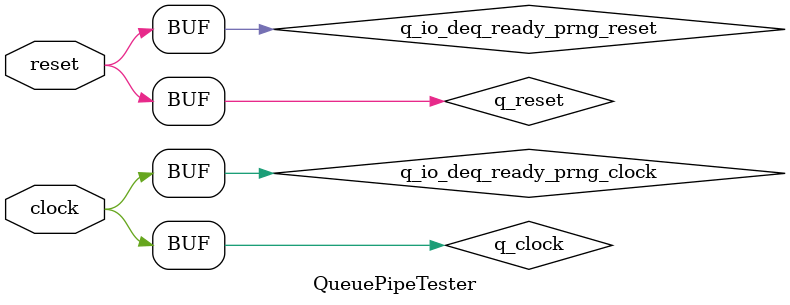
<source format=v>
module Queue(
  input   clock,
  input   reset,
  output  io_enq_ready,
  input   io_enq_valid,
  input   io_deq_ready,
  output  io_deq_valid,
  output  io_count
);
`ifdef RANDOMIZE_REG_INIT
  reg [31:0] _RAND_0;
`endif // RANDOMIZE_REG_INIT
  reg  maybe_full; // @[Decoupled.scala 223:27]
  wire  empty = ~maybe_full; // @[Decoupled.scala 226:28]
  wire  do_enq = io_enq_ready & io_enq_valid; // @[Decoupled.scala 40:37]
  wire  do_deq = io_deq_ready & io_deq_valid; // @[Decoupled.scala 40:37]
  assign io_enq_ready = io_deq_ready | empty; // @[Decoupled.scala 243:16 264:{25,40}]
  assign io_deq_valid = ~empty; // @[Decoupled.scala 242:19]
  assign io_count = maybe_full; // @[Decoupled.scala 269:62]
  always @(posedge clock) begin
    if (reset) begin // @[Decoupled.scala 223:27]
      maybe_full <= 1'h0; // @[Decoupled.scala 223:27]
    end else if (do_enq != do_deq) begin // @[Decoupled.scala 238:28]
      maybe_full <= do_enq; // @[Decoupled.scala 239:16]
    end
  end
// Register and memory initialization
`ifdef RANDOMIZE_GARBAGE_ASSIGN
`define RANDOMIZE
`endif
`ifdef RANDOMIZE_INVALID_ASSIGN
`define RANDOMIZE
`endif
`ifdef RANDOMIZE_REG_INIT
`define RANDOMIZE
`endif
`ifdef RANDOMIZE_MEM_INIT
`define RANDOMIZE
`endif
`ifndef RANDOM
`define RANDOM $random
`endif
`ifdef RANDOMIZE_MEM_INIT
  integer initvar;
`endif
`ifndef SYNTHESIS
`ifdef FIRRTL_BEFORE_INITIAL
`FIRRTL_BEFORE_INITIAL
`endif
initial begin
  `ifdef RANDOMIZE
    `ifdef INIT_RANDOM
      `INIT_RANDOM
    `endif
    `ifndef VERILATOR
      `ifdef RANDOMIZE_DELAY
        #`RANDOMIZE_DELAY begin end
      `else
        #0.002 begin end
      `endif
    `endif
`ifdef RANDOMIZE_REG_INIT
  _RAND_0 = {1{`RANDOM}};
  maybe_full = _RAND_0[0:0];
`endif // RANDOMIZE_REG_INIT
  `endif // RANDOMIZE
end // initial
`ifdef FIRRTL_AFTER_INITIAL
`FIRRTL_AFTER_INITIAL
`endif
`endif // SYNTHESIS
endmodule
module MaxPeriodFibonacciLFSR(
  input   clock,
  input   reset,
  output  io_out_0,
  output  io_out_1,
  output  io_out_2,
  output  io_out_3,
  output  io_out_4,
  output  io_out_5,
  output  io_out_6,
  output  io_out_7,
  output  io_out_8,
  output  io_out_9,
  output  io_out_10,
  output  io_out_11,
  output  io_out_12,
  output  io_out_13,
  output  io_out_14,
  output  io_out_15
);
`ifdef RANDOMIZE_REG_INIT
  reg [31:0] _RAND_0;
  reg [31:0] _RAND_1;
  reg [31:0] _RAND_2;
  reg [31:0] _RAND_3;
  reg [31:0] _RAND_4;
  reg [31:0] _RAND_5;
  reg [31:0] _RAND_6;
  reg [31:0] _RAND_7;
  reg [31:0] _RAND_8;
  reg [31:0] _RAND_9;
  reg [31:0] _RAND_10;
  reg [31:0] _RAND_11;
  reg [31:0] _RAND_12;
  reg [31:0] _RAND_13;
  reg [31:0] _RAND_14;
  reg [31:0] _RAND_15;
`endif // RANDOMIZE_REG_INIT
  reg  state_0; // @[PRNG.scala 47:50]
  reg  state_1; // @[PRNG.scala 47:50]
  reg  state_2; // @[PRNG.scala 47:50]
  reg  state_3; // @[PRNG.scala 47:50]
  reg  state_4; // @[PRNG.scala 47:50]
  reg  state_5; // @[PRNG.scala 47:50]
  reg  state_6; // @[PRNG.scala 47:50]
  reg  state_7; // @[PRNG.scala 47:50]
  reg  state_8; // @[PRNG.scala 47:50]
  reg  state_9; // @[PRNG.scala 47:50]
  reg  state_10; // @[PRNG.scala 47:50]
  reg  state_11; // @[PRNG.scala 47:50]
  reg  state_12; // @[PRNG.scala 47:50]
  reg  state_13; // @[PRNG.scala 47:50]
  reg  state_14; // @[PRNG.scala 47:50]
  reg  state_15; // @[PRNG.scala 47:50]
  wire  _T_2 = state_15 ^ state_13 ^ state_12 ^ state_10; // @[LFSR.scala 15:41]
  assign io_out_0 = state_0; // @[PRNG.scala 69:10]
  assign io_out_1 = state_1; // @[PRNG.scala 69:10]
  assign io_out_2 = state_2; // @[PRNG.scala 69:10]
  assign io_out_3 = state_3; // @[PRNG.scala 69:10]
  assign io_out_4 = state_4; // @[PRNG.scala 69:10]
  assign io_out_5 = state_5; // @[PRNG.scala 69:10]
  assign io_out_6 = state_6; // @[PRNG.scala 69:10]
  assign io_out_7 = state_7; // @[PRNG.scala 69:10]
  assign io_out_8 = state_8; // @[PRNG.scala 69:10]
  assign io_out_9 = state_9; // @[PRNG.scala 69:10]
  assign io_out_10 = state_10; // @[PRNG.scala 69:10]
  assign io_out_11 = state_11; // @[PRNG.scala 69:10]
  assign io_out_12 = state_12; // @[PRNG.scala 69:10]
  assign io_out_13 = state_13; // @[PRNG.scala 69:10]
  assign io_out_14 = state_14; // @[PRNG.scala 69:10]
  assign io_out_15 = state_15; // @[PRNG.scala 69:10]
  always @(posedge clock) begin
    state_0 <= reset | _T_2; // @[PRNG.scala 47:{50,50}]
    if (reset) begin // @[PRNG.scala 47:50]
      state_1 <= 1'h0; // @[PRNG.scala 47:50]
    end else begin
      state_1 <= state_0;
    end
    if (reset) begin // @[PRNG.scala 47:50]
      state_2 <= 1'h0; // @[PRNG.scala 47:50]
    end else begin
      state_2 <= state_1;
    end
    if (reset) begin // @[PRNG.scala 47:50]
      state_3 <= 1'h0; // @[PRNG.scala 47:50]
    end else begin
      state_3 <= state_2;
    end
    if (reset) begin // @[PRNG.scala 47:50]
      state_4 <= 1'h0; // @[PRNG.scala 47:50]
    end else begin
      state_4 <= state_3;
    end
    if (reset) begin // @[PRNG.scala 47:50]
      state_5 <= 1'h0; // @[PRNG.scala 47:50]
    end else begin
      state_5 <= state_4;
    end
    if (reset) begin // @[PRNG.scala 47:50]
      state_6 <= 1'h0; // @[PRNG.scala 47:50]
    end else begin
      state_6 <= state_5;
    end
    if (reset) begin // @[PRNG.scala 47:50]
      state_7 <= 1'h0; // @[PRNG.scala 47:50]
    end else begin
      state_7 <= state_6;
    end
    if (reset) begin // @[PRNG.scala 47:50]
      state_8 <= 1'h0; // @[PRNG.scala 47:50]
    end else begin
      state_8 <= state_7;
    end
    if (reset) begin // @[PRNG.scala 47:50]
      state_9 <= 1'h0; // @[PRNG.scala 47:50]
    end else begin
      state_9 <= state_8;
    end
    if (reset) begin // @[PRNG.scala 47:50]
      state_10 <= 1'h0; // @[PRNG.scala 47:50]
    end else begin
      state_10 <= state_9;
    end
    if (reset) begin // @[PRNG.scala 47:50]
      state_11 <= 1'h0; // @[PRNG.scala 47:50]
    end else begin
      state_11 <= state_10;
    end
    if (reset) begin // @[PRNG.scala 47:50]
      state_12 <= 1'h0; // @[PRNG.scala 47:50]
    end else begin
      state_12 <= state_11;
    end
    if (reset) begin // @[PRNG.scala 47:50]
      state_13 <= 1'h0; // @[PRNG.scala 47:50]
    end else begin
      state_13 <= state_12;
    end
    if (reset) begin // @[PRNG.scala 47:50]
      state_14 <= 1'h0; // @[PRNG.scala 47:50]
    end else begin
      state_14 <= state_13;
    end
    if (reset) begin // @[PRNG.scala 47:50]
      state_15 <= 1'h0; // @[PRNG.scala 47:50]
    end else begin
      state_15 <= state_14;
    end
  end
// Register and memory initialization
`ifdef RANDOMIZE_GARBAGE_ASSIGN
`define RANDOMIZE
`endif
`ifdef RANDOMIZE_INVALID_ASSIGN
`define RANDOMIZE
`endif
`ifdef RANDOMIZE_REG_INIT
`define RANDOMIZE
`endif
`ifdef RANDOMIZE_MEM_INIT
`define RANDOMIZE
`endif
`ifndef RANDOM
`define RANDOM $random
`endif
`ifdef RANDOMIZE_MEM_INIT
  integer initvar;
`endif
`ifndef SYNTHESIS
`ifdef FIRRTL_BEFORE_INITIAL
`FIRRTL_BEFORE_INITIAL
`endif
initial begin
  `ifdef RANDOMIZE
    `ifdef INIT_RANDOM
      `INIT_RANDOM
    `endif
    `ifndef VERILATOR
      `ifdef RANDOMIZE_DELAY
        #`RANDOMIZE_DELAY begin end
      `else
        #0.002 begin end
      `endif
    `endif
`ifdef RANDOMIZE_REG_INIT
  _RAND_0 = {1{`RANDOM}};
  state_0 = _RAND_0[0:0];
  _RAND_1 = {1{`RANDOM}};
  state_1 = _RAND_1[0:0];
  _RAND_2 = {1{`RANDOM}};
  state_2 = _RAND_2[0:0];
  _RAND_3 = {1{`RANDOM}};
  state_3 = _RAND_3[0:0];
  _RAND_4 = {1{`RANDOM}};
  state_4 = _RAND_4[0:0];
  _RAND_5 = {1{`RANDOM}};
  state_5 = _RAND_5[0:0];
  _RAND_6 = {1{`RANDOM}};
  state_6 = _RAND_6[0:0];
  _RAND_7 = {1{`RANDOM}};
  state_7 = _RAND_7[0:0];
  _RAND_8 = {1{`RANDOM}};
  state_8 = _RAND_8[0:0];
  _RAND_9 = {1{`RANDOM}};
  state_9 = _RAND_9[0:0];
  _RAND_10 = {1{`RANDOM}};
  state_10 = _RAND_10[0:0];
  _RAND_11 = {1{`RANDOM}};
  state_11 = _RAND_11[0:0];
  _RAND_12 = {1{`RANDOM}};
  state_12 = _RAND_12[0:0];
  _RAND_13 = {1{`RANDOM}};
  state_13 = _RAND_13[0:0];
  _RAND_14 = {1{`RANDOM}};
  state_14 = _RAND_14[0:0];
  _RAND_15 = {1{`RANDOM}};
  state_15 = _RAND_15[0:0];
`endif // RANDOMIZE_REG_INIT
  `endif // RANDOMIZE
end // initial
`ifdef FIRRTL_AFTER_INITIAL
`FIRRTL_AFTER_INITIAL
`endif
`endif // SYNTHESIS
endmodule
module QueuePipeTester(
  input   clock,
  input   reset
);
`ifdef RANDOMIZE_REG_INIT
  reg [31:0] _RAND_0;
  reg [31:0] _RAND_1;
`endif // RANDOMIZE_REG_INIT
  wire  q_clock; // @[QueueSpec.scala 119:17]
  wire  q_reset; // @[QueueSpec.scala 119:17]
  wire  q_io_enq_ready; // @[QueueSpec.scala 119:17]
  wire  q_io_enq_valid; // @[QueueSpec.scala 119:17]
  wire  q_io_deq_ready; // @[QueueSpec.scala 119:17]
  wire  q_io_deq_valid; // @[QueueSpec.scala 119:17]
  wire  q_io_count; // @[QueueSpec.scala 119:17]
  wire  q_io_deq_ready_prng_clock; // @[PRNG.scala 82:22]
  wire  q_io_deq_ready_prng_reset; // @[PRNG.scala 82:22]
  wire  q_io_deq_ready_prng_io_out_0; // @[PRNG.scala 82:22]
  wire  q_io_deq_ready_prng_io_out_1; // @[PRNG.scala 82:22]
  wire  q_io_deq_ready_prng_io_out_2; // @[PRNG.scala 82:22]
  wire  q_io_deq_ready_prng_io_out_3; // @[PRNG.scala 82:22]
  wire  q_io_deq_ready_prng_io_out_4; // @[PRNG.scala 82:22]
  wire  q_io_deq_ready_prng_io_out_5; // @[PRNG.scala 82:22]
  wire  q_io_deq_ready_prng_io_out_6; // @[PRNG.scala 82:22]
  wire  q_io_deq_ready_prng_io_out_7; // @[PRNG.scala 82:22]
  wire  q_io_deq_ready_prng_io_out_8; // @[PRNG.scala 82:22]
  wire  q_io_deq_ready_prng_io_out_9; // @[PRNG.scala 82:22]
  wire  q_io_deq_ready_prng_io_out_10; // @[PRNG.scala 82:22]
  wire  q_io_deq_ready_prng_io_out_11; // @[PRNG.scala 82:22]
  wire  q_io_deq_ready_prng_io_out_12; // @[PRNG.scala 82:22]
  wire  q_io_deq_ready_prng_io_out_13; // @[PRNG.scala 82:22]
  wire  q_io_deq_ready_prng_io_out_14; // @[PRNG.scala 82:22]
  wire  q_io_deq_ready_prng_io_out_15; // @[PRNG.scala 82:22]
  reg [4:0] value; // @[Counter.scala 60:40]
  reg [4:0] value_1; // @[Counter.scala 60:40]
  wire [7:0] q_io_deq_ready_lo = {q_io_deq_ready_prng_io_out_7,q_io_deq_ready_prng_io_out_6,q_io_deq_ready_prng_io_out_5
    ,q_io_deq_ready_prng_io_out_4,q_io_deq_ready_prng_io_out_3,q_io_deq_ready_prng_io_out_2,q_io_deq_ready_prng_io_out_1
    ,q_io_deq_ready_prng_io_out_0}; // @[PRNG.scala 86:17]
  wire [15:0] _q_io_deq_ready_T = {q_io_deq_ready_prng_io_out_15,q_io_deq_ready_prng_io_out_14,
    q_io_deq_ready_prng_io_out_13,q_io_deq_ready_prng_io_out_12,q_io_deq_ready_prng_io_out_11,
    q_io_deq_ready_prng_io_out_10,q_io_deq_ready_prng_io_out_9,q_io_deq_ready_prng_io_out_8,q_io_deq_ready_lo}; // @[PRNG.scala 86:17]
  wire  _T_7 = q_io_enq_ready & q_io_enq_valid; // @[Decoupled.scala 40:37]
  wire  wrap = value == 5'h14; // @[Counter.scala 72:24]
  wire [4:0] _value_T_1 = value + 5'h1; // @[Counter.scala 76:24]
  wire  _T_8 = q_io_deq_ready & q_io_deq_valid; // @[Decoupled.scala 40:37]
  wire  wrap_1 = value_1 == 5'h14; // @[Counter.scala 72:24]
  wire [4:0] _value_T_3 = value_1 + 5'h1; // @[Counter.scala 76:24]
  Queue q ( // @[QueueSpec.scala 119:17]
    .clock(q_clock),
    .reset(q_reset),
    .io_enq_ready(q_io_enq_ready),
    .io_enq_valid(q_io_enq_valid),
    .io_deq_ready(q_io_deq_ready),
    .io_deq_valid(q_io_deq_valid),
    .io_count(q_io_count)
  );
  MaxPeriodFibonacciLFSR q_io_deq_ready_prng ( // @[PRNG.scala 82:22]
    .clock(q_io_deq_ready_prng_clock),
    .reset(q_io_deq_ready_prng_reset),
    .io_out_0(q_io_deq_ready_prng_io_out_0),
    .io_out_1(q_io_deq_ready_prng_io_out_1),
    .io_out_2(q_io_deq_ready_prng_io_out_2),
    .io_out_3(q_io_deq_ready_prng_io_out_3),
    .io_out_4(q_io_deq_ready_prng_io_out_4),
    .io_out_5(q_io_deq_ready_prng_io_out_5),
    .io_out_6(q_io_deq_ready_prng_io_out_6),
    .io_out_7(q_io_deq_ready_prng_io_out_7),
    .io_out_8(q_io_deq_ready_prng_io_out_8),
    .io_out_9(q_io_deq_ready_prng_io_out_9),
    .io_out_10(q_io_deq_ready_prng_io_out_10),
    .io_out_11(q_io_deq_ready_prng_io_out_11),
    .io_out_12(q_io_deq_ready_prng_io_out_12),
    .io_out_13(q_io_deq_ready_prng_io_out_13),
    .io_out_14(q_io_deq_ready_prng_io_out_14),
    .io_out_15(q_io_deq_ready_prng_io_out_15)
  );
  assign q_clock = clock;
  assign q_reset = reset;
  assign q_io_enq_valid = value < 5'h14; // @[QueueSpec.scala 126:34]
  assign q_io_deq_ready = _q_io_deq_ready_T[5]; // @[QueueSpec.scala 127:29]
  assign q_io_deq_ready_prng_clock = clock;
  assign q_io_deq_ready_prng_reset = reset;
  always @(posedge clock) begin
    if (reset) begin // @[Counter.scala 60:40]
      value <= 5'h0; // @[Counter.scala 60:40]
    end else if (_T_7) begin // @[QueueSpec.scala 132:25]
      if (wrap) begin // @[Counter.scala 86:20]
        value <= 5'h0; // @[Counter.scala 86:28]
      end else begin
        value <= _value_T_1; // @[Counter.scala 76:15]
      end
    end
    if (reset) begin // @[Counter.scala 60:40]
      value_1 <= 5'h0; // @[Counter.scala 60:40]
    end else if (_T_8) begin // @[QueueSpec.scala 135:25]
      if (wrap_1) begin // @[Counter.scala 86:20]
        value_1 <= 5'h0; // @[Counter.scala 86:28]
      end else begin
        value_1 <= _value_T_3; // @[Counter.scala 76:15]
      end
    end
    `ifndef SYNTHESIS
    `ifdef PRINTF_COND
      if (`PRINTF_COND) begin
    `endif
        if (~(q_io_enq_ready | q_io_count & ~q_io_deq_ready | reset)) begin
          $fwrite(32'h80000002,
            "Assertion failed\n    at QueueSpec.scala:129 assert(q.io.enq.ready || (q.io.count === queueDepth.U && !q.io.deq.ready))\n"
            ); // @[QueueSpec.scala 129:9]
        end
    `ifdef PRINTF_COND
      end
    `endif
    `endif // SYNTHESIS
    `ifndef SYNTHESIS
    `ifdef STOP_COND
      if (`STOP_COND) begin
    `endif
        if (~(q_io_enq_ready | q_io_count & ~q_io_deq_ready | reset)) begin
          $fatal; // @[QueueSpec.scala 129:9]
        end
    `ifdef STOP_COND
      end
    `endif
    `endif // SYNTHESIS
    `ifndef SYNTHESIS
    `ifdef STOP_COND
      if (`STOP_COND) begin
    `endif
        if (wrap_1 & ~reset) begin
          $finish; // @[QueueSpec.scala 140:9]
        end
    `ifdef STOP_COND
      end
    `endif
    `endif // SYNTHESIS
  end
// Register and memory initialization
`ifdef RANDOMIZE_GARBAGE_ASSIGN
`define RANDOMIZE
`endif
`ifdef RANDOMIZE_INVALID_ASSIGN
`define RANDOMIZE
`endif
`ifdef RANDOMIZE_REG_INIT
`define RANDOMIZE
`endif
`ifdef RANDOMIZE_MEM_INIT
`define RANDOMIZE
`endif
`ifndef RANDOM
`define RANDOM $random
`endif
`ifdef RANDOMIZE_MEM_INIT
  integer initvar;
`endif
`ifndef SYNTHESIS
`ifdef FIRRTL_BEFORE_INITIAL
`FIRRTL_BEFORE_INITIAL
`endif
initial begin
  `ifdef RANDOMIZE
    `ifdef INIT_RANDOM
      `INIT_RANDOM
    `endif
    `ifndef VERILATOR
      `ifdef RANDOMIZE_DELAY
        #`RANDOMIZE_DELAY begin end
      `else
        #0.002 begin end
      `endif
    `endif
`ifdef RANDOMIZE_REG_INIT
  _RAND_0 = {1{`RANDOM}};
  value = _RAND_0[4:0];
  _RAND_1 = {1{`RANDOM}};
  value_1 = _RAND_1[4:0];
`endif // RANDOMIZE_REG_INIT
  `endif // RANDOMIZE
end // initial
`ifdef FIRRTL_AFTER_INITIAL
`FIRRTL_AFTER_INITIAL
`endif
`endif // SYNTHESIS
endmodule

</source>
